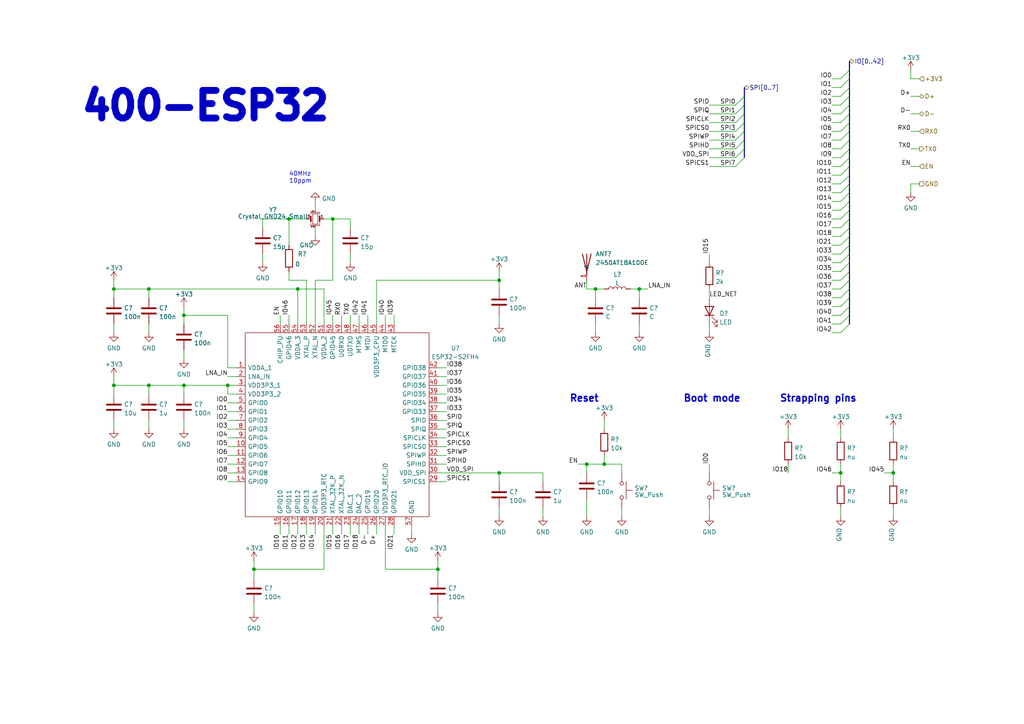
<source format=kicad_sch>
(kicad_sch (version 20231120) (generator "eeschema") (generator_version "8.0")
  (paper "A4")
  (title_block (title "PSoM - ESP32 S2") (date "2023-04-17") (rev "HW00") (company "PumaCorp") (comment 1 "Design by: NdG"))
  (lib_symbols
    (symbol "Component lib:2450AT18A100E" (pin_names (offset 0.762))
      (property "Reference" "ANT" (at 6.35 10.16 0))
      (property "Value" "2450AT18A100E" (at 6.35 7.62 0))
      (symbol "2450AT18A100E_0_1"
        (polyline (pts (xy 0 7.62) (xy 0 1.27)) (stroke (width 0.254)))
        (polyline (pts (xy 1.27 7.62) (xy 0 2.54) (xy -1.27 7.62)) (stroke (width 0.254)))
      )
      (symbol "2450AT18A100E_1_1"
        (pin input line (at 0 0 90) (length 2.54) (name "A") (number "1"))
      )
    )
    (symbol "Component lib:C" (pin_numbers hide) (pin_names (offset 0.254))
      (property "Reference" "C" (at 0.635 -1.27 0))
      (property "Value" "C" (at 0.635 -6.35 0))
      (symbol "C_0_1"
        (polyline (pts (xy -2.032 -4.572) (xy 2.032 -4.572)) (stroke (width 0.508)))
        (polyline (pts (xy -2.032 -3.048) (xy 2.032 -3.048)) (stroke (width 0.508)))
      )
      (symbol "C_1_1"
        (pin passive line (at 0 0 270) (length 2.794) (name "~") (number "1"))
        (pin passive line (at 0 -7.62 90) (length 2.794) (name "~") (number "2"))
      )
    )
    (symbol "Component lib:L" (pin_numbers hide) (pin_names (offset 1.016) hide)
      (property "Reference" "L" (at 3.81 -1.27 0))
      (property "Value" "L" (at 3.81 1.905 0))
      (symbol "L_0_1"
        (arc (start 2.54 0) (mid 1.905 0.6323) (end 1.27 0))
        (arc (start 3.81 0) (mid 3.175 0.6323) (end 2.54 0))
        (arc (start 5.08 0) (mid 4.445 0.6323) (end 3.81 0))
        (arc (start 6.35 0) (mid 5.715 0.6323) (end 5.08 0))
      )
      (symbol "L_1_1"
        (pin passive line (at 0 0 0) (length 1.27) (name "1") (number "1"))
        (pin passive line (at 7.62 0 180) (length 1.27) (name "2") (number "2"))
      )
    )
    (symbol "Component lib:LED" (pin_numbers hide) (pin_names (offset 1.016) hide)
      (property "Reference" "D" (at 3.81 2.54 0))
      (property "Value" "LED" (at 3.81 -2.54 0))
      (symbol "LED_0_1"
        (polyline (pts (xy 2.54 -1.27) (xy 2.54 1.27)) (stroke (width 0.254)))
        (polyline (pts (xy 2.54 0) (xy 5.08 0)))
        (polyline (pts (xy 5.08 -1.27) (xy 5.08 1.27) (xy 2.54 0) (xy 5.08 -1.27)) (stroke (width 0.254)))
        (polyline (pts (xy 0.762 -0.762) (xy -0.762 -2.286) (xy 0 -2.286) (xy -0.762 -2.286) (xy -0.762 -1.524)))
        (polyline (pts (xy 2.032 -0.762) (xy 0.508 -2.286) (xy 1.27 -2.286) (xy 0.508 -2.286) (xy 0.508 -1.524)))
      )
      (symbol "LED_1_1"
        (pin passive line (at 0 0 0) (length 2.54) (name "K") (number "1"))
        (pin passive line (at 7.62 0 180) (length 2.54) (name "A") (number "2"))
      )
    )
    (symbol "Component lib:R" (pin_numbers hide) (pin_names (offset 0))
      (property "Reference" "R" (at 2.032 -3.81 90))
      (property "Value" "R" (at 0 -3.81 90))
      (symbol "R_0_1"
        (rectangle (start -1.016 -6.35) (end 1.016 -1.27) (stroke (width 0.254)))
      )
      (symbol "R_1_1"
        (pin passive line (at 0 0 270) (length 1.27) (name "~") (number "1"))
        (pin passive line (at 0 -7.62 90) (length 1.27) (name "~") (number "2"))
      )
    )
    (symbol "Component_lib:ESP32-S2FH4" (pin_names (offset 0.762))
      (property "Reference" "U" (at 22.86 -12.7 0))
      (property "Value" "ESP32-S2FH4" (at 22.86 -15.24 0))
      (symbol "ESP32-S2FH4_0_0"
        (pin passive line (at 0 0 0) (length 2.54) (name "VDDA_1") (number "1"))
        (pin passive line (at 0 -22.86 0) (length 2.54) (name "GPIO5") (number "10"))
        (pin passive line (at 0 -25.4 0) (length 2.54) (name "GPIO6") (number "11"))
        (pin passive line (at 0 -27.94 0) (length 2.54) (name "GPIO7") (number "12"))
        (pin passive line (at 0 -30.48 0) (length 2.54) (name "GPIO8") (number "13"))
        (pin passive line (at 0 -33.02 0) (length 2.54) (name "GPIO9") (number "14"))
        (pin passive line (at 12.7 -45.72 90) (length 2.54) (name "GPIO10") (number "15"))
        (pin passive line (at 15.24 -45.72 90) (length 2.54) (name "GPIO11") (number "16"))
        (pin passive line (at 17.78 -45.72 90) (length 2.54) (name "GPIO12") (number "17"))
        (pin passive line (at 20.32 -45.72 90) (length 2.54) (name "GPIO13") (number "18"))
        (pin passive line (at 22.86 -45.72 90) (length 2.54) (name "GPIO14") (number "19"))
        (pin passive line (at 0 -2.54 0) (length 2.54) (name "LNA_IN") (number "2"))
        (pin passive line (at 25.4 -45.72 90) (length 2.54) (name "VDD3P3_RTC") (number "20"))
        (pin passive line (at 27.94 -45.72 90) (length 2.54) (name "XTAL_32K_P") (number "21"))
        (pin passive line (at 30.48 -45.72 90) (length 2.54) (name "XTAL_32K_N") (number "22"))
        (pin passive line (at 33.02 -45.72 90) (length 2.54) (name "DAC_1") (number "23"))
        (pin passive line (at 35.56 -45.72 90) (length 2.54) (name "DAC_2") (number "24"))
        (pin passive line (at 38.1 -45.72 90) (length 2.54) (name "GPIO19") (number "25"))
        (pin passive line (at 40.64 -45.72 90) (length 2.54) (name "GPIO20") (number "26"))
        (pin passive line (at 43.18 -45.72 90) (length 2.54) (name "VDD3P3_RTC_IO") (number "27"))
        (pin passive line (at 45.72 -45.72 90) (length 2.54) (name "GPIO21") (number "28"))
        (pin passive line (at 58.42 -33.02 180) (length 2.54) (name "SPICS1") (number "29"))
        (pin passive line (at 0 -5.08 0) (length 2.54) (name "VDD3P3_1") (number "3"))
        (pin passive line (at 58.42 -30.48 180) (length 2.54) (name "VDD_SPI") (number "30"))
        (pin passive line (at 58.42 -27.94 180) (length 2.54) (name "SPIHD") (number "31"))
        (pin passive line (at 58.42 -25.4 180) (length 2.54) (name "SPIWP") (number "32"))
        (pin passive line (at 58.42 -22.86 180) (length 2.54) (name "SPICS0") (number "33"))
        (pin passive line (at 58.42 -20.32 180) (length 2.54) (name "SPICLK") (number "34"))
        (pin passive line (at 58.42 -17.78 180) (length 2.54) (name "SPIQ") (number "35"))
        (pin passive line (at 58.42 -15.24 180) (length 2.54) (name "SPID") (number "36"))
        (pin passive line (at 58.42 -12.7 180) (length 2.54) (name "GPIO33") (number "37"))
        (pin passive line (at 58.42 -10.16 180) (length 2.54) (name "GPIO34") (number "38"))
        (pin passive line (at 58.42 -7.62 180) (length 2.54) (name "GPIO35") (number "39"))
        (pin passive line (at 0 -7.62 0) (length 2.54) (name "VDD3P3_2") (number "4"))
        (pin passive line (at 58.42 -5.08 180) (length 2.54) (name "GPIO36") (number "40"))
        (pin passive line (at 58.42 -2.54 180) (length 2.54) (name "GPIO37") (number "41"))
        (pin passive line (at 58.42 0 180) (length 2.54) (name "GPIO38") (number "42"))
        (pin passive line (at 45.72 12.7 270) (length 2.54) (name "MTCK") (number "43"))
        (pin passive line (at 43.18 12.7 270) (length 2.54) (name "MTD0") (number "44"))
        (pin passive line (at 40.64 12.7 270) (length 2.54) (name "VDD3P3_CPU") (number "45"))
        (pin passive line (at 38.1 12.7 270) (length 2.54) (name "MTDI") (number "46"))
        (pin passive line (at 35.56 12.7 270) (length 2.54) (name "MTMS") (number "47"))
        (pin passive line (at 33.02 12.7 270) (length 2.54) (name "U0TXD") (number "48"))
        (pin passive line (at 30.48 12.7 270) (length 2.54) (name "U0RXD") (number "49"))
        (pin passive line (at 0 -10.16 0) (length 2.54) (name "GPIO0") (number "5"))
        (pin passive line (at 27.94 12.7 270) (length 2.54) (name "GPIO45") (number "50"))
        (pin passive line (at 25.4 12.7 270) (length 2.54) (name "VDDA_2") (number "51"))
        (pin passive line (at 22.86 12.7 270) (length 2.54) (name "XTAL_N") (number "52"))
        (pin passive line (at 20.32 12.7 270) (length 2.54) (name "XTAL_P") (number "53"))
        (pin passive line (at 17.78 12.7 270) (length 2.54) (name "VDDA_3") (number "54"))
        (pin passive line (at 15.24 12.7 270) (length 2.54) (name "GPIO46") (number "55"))
        (pin passive line (at 12.7 12.7 270) (length 2.54) (name "CHIP_PU") (number "56"))
        (pin passive line (at 50.8 -45.72 90) (length 2.54) (name "GND") (number "57"))
        (pin passive line (at 0 -12.7 0) (length 2.54) (name "GPIO1") (number "6"))
        (pin passive line (at 0 -15.24 0) (length 2.54) (name "GPIO2") (number "7"))
        (pin passive line (at 0 -17.78 0) (length 2.54) (name "GPIO3") (number "8"))
        (pin passive line (at 0 -20.32 0) (length 2.54) (name "GPIO4") (number "9"))
      )
      (symbol "ESP32-S2FH4_0_1"
        (polyline (pts (xy 2.54 10.16) (xy 55.88 10.16) (xy 55.88 -43.18) (xy 2.54 -43.18) (xy 2.54 10.16)) (stroke (width 0.1524)))
      )
    )
    (symbol "Device:Crystal_GND24_Small" (pin_names (offset 1.016) hide)
      (property "Reference" "Y" (at 1.27 4.445 0))
      (property "Value" "Crystal_GND24_Small" (at 1.27 2.54 0))
      (symbol "Crystal_GND24_Small_0_1"
        (rectangle (start -0.762 -1.524) (end 0.762 1.524))
        (polyline (pts (xy -1.27 -0.762) (xy -1.27 0.762)) (stroke (width 0.381)))
        (polyline (pts (xy 1.27 -0.762) (xy 1.27 0.762)) (stroke (width 0.381)))
        (polyline (pts (xy -1.27 -1.27) (xy -1.27 -1.905) (xy 1.27 -1.905) (xy 1.27 -1.27)))
        (polyline (pts (xy -1.27 1.27) (xy -1.27 1.905) (xy 1.27 1.905) (xy 1.27 1.27)))
      )
      (symbol "Crystal_GND24_Small_1_1"
        (pin passive line (at -2.54 0 0) (length 1.27) (name "1") (number "1"))
        (pin passive line (at 0 -2.54 90) (length 0.635) (name "2") (number "2"))
        (pin passive line (at 2.54 0 180) (length 1.27) (name "3") (number "3"))
        (pin passive line (at 0 2.54 270) (length 0.635) (name "4") (number "4"))
      )
    )
    (symbol "Switch:SW_Push" (pin_numbers hide) (pin_names (offset 1.016) hide)
      (property "Reference" "SW" (at 1.27 2.54 0))
      (property "Value" "SW_Push" (at 0 -1.524 0))
      (symbol "SW_Push_0_1"
        (circle (center -2.032 0) (radius 0.508))
        (polyline (pts (xy 0 1.27) (xy 0 3.048)))
        (polyline (pts (xy 2.54 1.27) (xy -2.54 1.27)))
        (circle (center 2.032 0) (radius 0.508))
        (pin passive line (at -5.08 0 0) (length 2.54) (name "1") (number "1"))
        (pin passive line (at 5.08 0 180) (length 2.54) (name "2") (number "2"))
      )
    )
    (symbol "power:+3V3" (power) (pin_names (offset 0))
      (property "Value" "+3V3" (at 0 3.556 0))
      (symbol "+3V3_0_1"
        (polyline (pts (xy -0.762 1.27) (xy 0 2.54)))
        (polyline (pts (xy 0 0) (xy 0 2.54)))
        (polyline (pts (xy 0 2.54) (xy 0.762 1.27)))
      )
      (symbol "+3V3_1_1"
        (pin power_in line (at 0 0 90) (length 0) hide (name "+3V3") (number "1"))
      )
    )
    (symbol "power:GND" (power) (pin_names (offset 0))
      (property "Value" "GND" (at 0 -3.81 0))
      (symbol "GND_0_1"
        (polyline (pts (xy 0 0) (xy 0 -1.27) (xy 1.27 -1.27) (xy 0 -2.54) (xy -1.27 -1.27) (xy 0 -1.27)))
      )
      (symbol "GND_1_1"
        (pin power_in line (at 0 0 270) (length 0) hide (name "GND") (number "1"))
      )
    )
  )
  (junction (at 43.18 83.82))
  (junction (at 53.34 91.44))
  (junction (at 170.18 134.62))
  (junction (at 127 165.1))
  (junction (at 33.02 83.82))
  (junction (at 175.26 134.62))
  (junction (at 96.52 63.5))
  (junction (at 66.04 111.76))
  (junction (at 33.02 111.76))
  (junction (at 185.42 83.82))
  (junction (at 86.36 83.82))
  (junction (at 172.72 83.82))
  (junction (at 83.82 63.5))
  (junction (at 259.08 137.16))
  (junction (at 243.84 137.16))
  (junction (at 43.18 111.76))
  (junction (at 53.34 111.76))
  (junction (at 144.78 81.28))
  (junction (at 144.78 137.16))
  (junction (at 73.66 165.1))
  (bus_entry (at 243.84 86.36) (size 2.54 -2.54))
  (bus_entry (at 243.84 40.64) (size 2.54 -2.54))
  (bus_entry (at 243.84 55.88) (size 2.54 -2.54))
  (bus_entry (at 243.84 68.58) (size 2.54 -2.54))
  (bus_entry (at 213.36 43.18) (size 2.54 -2.54))
  (bus_entry (at 243.84 71.12) (size 2.54 -2.54))
  (bus_entry (at 213.36 48.26) (size 2.54 -2.54))
  (bus_entry (at 243.84 27.94) (size 2.54 -2.54))
  (bus_entry (at 243.84 88.9) (size 2.54 -2.54))
  (bus_entry (at 243.84 53.34) (size 2.54 -2.54))
  (bus_entry (at 243.84 93.98) (size 2.54 -2.54))
  (bus_entry (at 243.84 30.48) (size 2.54 -2.54))
  (bus_entry (at 243.84 33.02) (size 2.54 -2.54))
  (bus_entry (at 243.84 50.8) (size 2.54 -2.54))
  (bus_entry (at 243.84 38.1) (size 2.54 -2.54))
  (bus_entry (at 213.36 45.72) (size 2.54 -2.54))
  (bus_entry (at 243.84 78.74) (size 2.54 -2.54))
  (bus_entry (at 243.84 91.44) (size 2.54 -2.54))
  (bus_entry (at 243.84 35.56) (size 2.54 -2.54))
  (bus_entry (at 213.36 35.56) (size 2.54 -2.54))
  (bus_entry (at 243.84 60.96) (size 2.54 -2.54))
  (bus_entry (at 213.36 38.1) (size 2.54 -2.54))
  (bus_entry (at 243.84 45.72) (size 2.54 -2.54))
  (bus_entry (at 243.84 66.04) (size 2.54 -2.54))
  (bus_entry (at 213.36 40.64) (size 2.54 -2.54))
  (bus_entry (at 243.84 48.26) (size 2.54 -2.54))
  (bus_entry (at 243.84 43.18) (size 2.54 -2.54))
  (bus_entry (at 243.84 25.4) (size 2.54 -2.54))
  (bus_entry (at 243.84 96.52) (size 2.54 -2.54))
  (bus_entry (at 243.84 63.5) (size 2.54 -2.54))
  (bus_entry (at 243.84 83.82) (size 2.54 -2.54))
  (bus_entry (at 243.84 22.86) (size 2.54 -2.54))
  (bus_entry (at 213.36 30.48) (size 2.54 -2.54))
  (bus_entry (at 243.84 76.2) (size 2.54 -2.54))
  (bus_entry (at 243.84 81.28) (size 2.54 -2.54))
  (bus_entry (at 243.84 58.42) (size 2.54 -2.54))
  (bus_entry (at 243.84 73.66) (size 2.54 -2.54))
  (bus_entry (at 213.36 33.02) (size 2.54 -2.54))
  (wire (pts (xy 53.34 101.6) (xy 53.34 104.14)))
  (wire (pts (xy 264.16 48.26) (xy 266.7 48.26)))
  (wire (pts (xy 66.04 129.54) (xy 68.58 129.54)))
  (bus (pts (xy 246.38 50.8) (xy 246.38 53.34)))
  (bus (pts (xy 246.38 27.94) (xy 246.38 30.48)))
  (wire (pts (xy 127 165.1) (xy 127 167.64)))
  (wire (pts (xy 101.6 73.66) (xy 101.6 76.2)))
  (wire (pts (xy 144.78 137.16) (xy 157.48 137.16)))
  (bus (pts (xy 246.38 63.5) (xy 246.38 66.04)))
  (wire (pts (xy 127 162.56) (xy 127 165.1)))
  (wire (pts (xy 170.18 144.78) (xy 170.18 149.86)))
  (wire (pts (xy 66.04 121.92) (xy 68.58 121.92)))
  (wire (pts (xy 106.68 91.44) (xy 106.68 93.98)))
  (wire (pts (xy 66.04 111.76) (xy 68.58 111.76)))
  (wire (pts (xy 264.16 22.86) (xy 266.7 22.86)))
  (wire (pts (xy 241.3 27.94) (xy 243.84 27.94)))
  (bus (pts (xy 246.38 43.18) (xy 246.38 45.72)))
  (wire (pts (xy 264.16 38.1) (xy 266.7 38.1)))
  (wire (pts (xy 53.34 114.3) (xy 53.34 111.76)))
  (wire (pts (xy 83.82 71.12) (xy 83.82 63.5)))
  (wire (pts (xy 241.3 96.52) (xy 243.84 96.52)))
  (bus (pts (xy 246.38 40.64) (xy 246.38 43.18)))
  (wire (pts (xy 109.22 152.4) (xy 109.22 154.94)))
  (wire (pts (xy 243.84 134.62) (xy 243.84 137.16)))
  (wire (pts (xy 114.3 91.44) (xy 114.3 93.98)))
  (wire (pts (xy 111.76 91.44) (xy 111.76 93.98)))
  (wire (pts (xy 241.3 30.48) (xy 243.84 30.48)))
  (wire (pts (xy 264.16 20.32) (xy 264.16 22.86)))
  (bus (pts (xy 246.38 88.9) (xy 246.38 91.44)))
  (wire (pts (xy 185.42 93.98) (xy 185.42 96.52)))
  (wire (pts (xy 53.34 88.9) (xy 53.34 91.44)))
  (wire (pts (xy 205.74 45.72) (xy 213.36 45.72)))
  (wire (pts (xy 241.3 48.26) (xy 243.84 48.26)))
  (wire (pts (xy 96.52 91.44) (xy 96.52 93.98)))
  (wire (pts (xy 43.18 83.82) (xy 43.18 86.36)))
  (wire (pts (xy 66.04 127) (xy 68.58 127)))
  (bus (pts (xy 246.38 78.74) (xy 246.38 81.28)))
  (wire (pts (xy 33.02 81.28) (xy 33.02 83.82)))
  (wire (pts (xy 88.9 152.4) (xy 88.9 154.94)))
  (wire (pts (xy 93.98 83.82) (xy 86.36 83.82)))
  (wire (pts (xy 76.2 66.04) (xy 76.2 63.5)))
  (wire (pts (xy 157.48 147.32) (xy 157.48 149.86)))
  (wire (pts (xy 129.54 119.38) (xy 127 119.38)))
  (wire (pts (xy 170.18 81.28) (xy 170.18 83.82)))
  (wire (pts (xy 99.06 91.44) (xy 99.06 93.98)))
  (wire (pts (xy 127 127) (xy 129.54 127)))
  (wire (pts (xy 157.48 137.16) (xy 157.48 139.7)))
  (wire (pts (xy 76.2 73.66) (xy 76.2 76.2)))
  (wire (pts (xy 241.3 40.64) (xy 243.84 40.64)))
  (wire (pts (xy 241.3 58.42) (xy 243.84 58.42)))
  (wire (pts (xy 241.3 93.98) (xy 243.84 93.98)))
  (wire (pts (xy 228.6 124.46) (xy 228.6 127)))
  (wire (pts (xy 33.02 121.92) (xy 33.02 124.46)))
  (wire (pts (xy 83.82 63.5) (xy 88.9 63.5)))
  (wire (pts (xy 96.52 152.4) (xy 96.52 154.94)))
  (wire (pts (xy 83.82 81.28) (xy 88.9 81.28)))
  (bus (pts (xy 246.38 86.36) (xy 246.38 88.9)))
  (wire (pts (xy 243.84 137.16) (xy 243.84 139.7)))
  (wire (pts (xy 264.16 27.94) (xy 266.7 27.94)))
  (wire (pts (xy 241.3 43.18) (xy 243.84 43.18)))
  (wire (pts (xy 127 137.16) (xy 144.78 137.16)))
  (wire (pts (xy 81.28 91.44) (xy 81.28 93.98)))
  (bus (pts (xy 246.38 20.32) (xy 246.38 22.86)))
  (wire (pts (xy 180.34 147.32) (xy 180.34 149.86)))
  (wire (pts (xy 170.18 83.82) (xy 172.72 83.82)))
  (bus (pts (xy 246.38 66.04) (xy 246.38 68.58)))
  (wire (pts (xy 241.3 137.16) (xy 243.84 137.16)))
  (wire (pts (xy 205.74 38.1) (xy 213.36 38.1)))
  (wire (pts (xy 205.74 73.66) (xy 205.74 76.2)))
  (bus (pts (xy 246.38 68.58) (xy 246.38 71.12)))
  (wire (pts (xy 241.3 35.56) (xy 243.84 35.56)))
  (wire (pts (xy 172.72 93.98) (xy 172.72 96.52)))
  (wire (pts (xy 93.98 63.5) (xy 96.52 63.5)))
  (wire (pts (xy 185.42 83.82) (xy 185.42 86.36)))
  (wire (pts (xy 144.78 78.74) (xy 144.78 81.28)))
  (bus (pts (xy 215.9 35.56) (xy 215.9 38.1)))
  (wire (pts (xy 109.22 81.28) (xy 144.78 81.28)))
  (wire (pts (xy 127 121.92) (xy 129.54 121.92)))
  (bus (pts (xy 215.9 25.4) (xy 215.9 27.94)))
  (bus (pts (xy 246.38 38.1) (xy 246.38 40.64)))
  (wire (pts (xy 73.66 175.26) (xy 73.66 177.8)))
  (wire (pts (xy 185.42 83.82) (xy 187.96 83.82)))
  (bus (pts (xy 246.38 35.56) (xy 246.38 38.1)))
  (bus (pts (xy 215.9 43.18) (xy 215.9 45.72)))
  (wire (pts (xy 259.08 147.32) (xy 259.08 149.86)))
  (bus (pts (xy 246.38 45.72) (xy 246.38 48.26)))
  (wire (pts (xy 127 134.62) (xy 129.54 134.62)))
  (wire (pts (xy 88.9 81.28) (xy 88.9 93.98)))
  (wire (pts (xy 241.3 45.72) (xy 243.84 45.72)))
  (wire (pts (xy 241.3 91.44) (xy 243.84 91.44)))
  (wire (pts (xy 144.78 81.28) (xy 144.78 83.82)))
  (wire (pts (xy 101.6 63.5) (xy 96.52 63.5)))
  (wire (pts (xy 86.36 152.4) (xy 86.36 154.94)))
  (wire (pts (xy 91.44 152.4) (xy 91.44 154.94)))
  (wire (pts (xy 111.76 165.1) (xy 127 165.1)))
  (wire (pts (xy 241.3 68.58) (xy 243.84 68.58)))
  (wire (pts (xy 33.02 83.82) (xy 43.18 83.82)))
  (bus (pts (xy 246.38 17.78) (xy 246.38 20.32)))
  (wire (pts (xy 243.84 76.2) (xy 241.3 76.2)))
  (wire (pts (xy 81.28 152.4) (xy 81.28 154.94)))
  (wire (pts (xy 228.6 134.62) (xy 228.6 137.16)))
  (bus (pts (xy 246.38 25.4) (xy 246.38 27.94)))
  (wire (pts (xy 241.3 38.1) (xy 243.84 38.1)))
  (bus (pts (xy 246.38 53.34) (xy 246.38 55.88)))
  (wire (pts (xy 127 116.84) (xy 129.54 116.84)))
  (wire (pts (xy 111.76 152.4) (xy 111.76 165.1)))
  (wire (pts (xy 127 111.76) (xy 129.54 111.76)))
  (wire (pts (xy 175.26 121.92) (xy 175.26 124.46)))
  (bus (pts (xy 215.9 40.64) (xy 215.9 43.18)))
  (wire (pts (xy 205.74 30.48) (xy 213.36 30.48)))
  (wire (pts (xy 172.72 83.82) (xy 175.26 83.82)))
  (wire (pts (xy 53.34 93.98) (xy 53.34 91.44)))
  (wire (pts (xy 241.3 66.04) (xy 243.84 66.04)))
  (wire (pts (xy 104.14 91.44) (xy 104.14 93.98)))
  (wire (pts (xy 73.66 162.56) (xy 73.66 165.1)))
  (wire (pts (xy 241.3 25.4) (xy 243.84 25.4)))
  (wire (pts (xy 96.52 81.28) (xy 91.44 81.28)))
  (wire (pts (xy 33.02 114.3) (xy 33.02 111.76)))
  (wire (pts (xy 264.16 53.34) (xy 266.7 53.34)))
  (wire (pts (xy 99.06 152.4) (xy 99.06 154.94)))
  (wire (pts (xy 259.08 137.16) (xy 259.08 139.7)))
  (wire (pts (xy 66.04 109.22) (xy 68.58 109.22)))
  (wire (pts (xy 243.84 81.28) (xy 241.3 81.28)))
  (wire (pts (xy 205.74 43.18) (xy 213.36 43.18)))
  (wire (pts (xy 73.66 165.1) (xy 93.98 165.1)))
  (wire (pts (xy 205.74 35.56) (xy 213.36 35.56)))
  (wire (pts (xy 43.18 83.82) (xy 86.36 83.82)))
  (bus (pts (xy 246.38 83.82) (xy 246.38 86.36)))
  (wire (pts (xy 66.04 124.46) (xy 68.58 124.46)))
  (wire (pts (xy 66.04 137.16) (xy 68.58 137.16)))
  (wire (pts (xy 243.84 78.74) (xy 241.3 78.74)))
  (bus (pts (xy 246.38 91.44) (xy 246.38 93.98)))
  (wire (pts (xy 93.98 93.98) (xy 93.98 83.82)))
  (wire (pts (xy 259.08 134.62) (xy 259.08 137.16)))
  (wire (pts (xy 66.04 91.44) (xy 66.04 106.68)))
  (wire (pts (xy 43.18 121.92) (xy 43.18 124.46)))
  (bus (pts (xy 246.38 33.02) (xy 246.38 35.56)))
  (wire (pts (xy 205.74 134.62) (xy 205.74 137.16)))
  (wire (pts (xy 33.02 111.76) (xy 43.18 111.76)))
  (wire (pts (xy 119.38 152.4) (xy 119.38 154.94)))
  (wire (pts (xy 68.58 114.3) (xy 66.04 114.3)))
  (wire (pts (xy 205.74 40.64) (xy 213.36 40.64)))
  (wire (pts (xy 241.3 50.8) (xy 243.84 50.8)))
  (wire (pts (xy 172.72 86.36) (xy 172.72 83.82)))
  (wire (pts (xy 101.6 66.04) (xy 101.6 63.5)))
  (wire (pts (xy 259.08 124.46) (xy 259.08 127)))
  (wire (pts (xy 170.18 134.62) (xy 175.26 134.62)))
  (wire (pts (xy 127 129.54) (xy 129.54 129.54)))
  (wire (pts (xy 91.44 81.28) (xy 91.44 93.98)))
  (wire (pts (xy 144.78 137.16) (xy 144.78 139.7)))
  (wire (pts (xy 53.34 111.76) (xy 66.04 111.76)))
  (wire (pts (xy 43.18 114.3) (xy 43.18 111.76)))
  (wire (pts (xy 83.82 81.28) (xy 83.82 78.74)))
  (wire (pts (xy 264.16 33.02) (xy 266.7 33.02)))
  (wire (pts (xy 243.84 147.32) (xy 243.84 149.86)))
  (wire (pts (xy 127 124.46) (xy 129.54 124.46)))
  (wire (pts (xy 241.3 73.66) (xy 243.84 73.66)))
  (wire (pts (xy 66.04 119.38) (xy 68.58 119.38)))
  (wire (pts (xy 53.34 121.92) (xy 53.34 124.46)))
  (wire (pts (xy 241.3 22.86) (xy 243.84 22.86)))
  (wire (pts (xy 127 109.22) (xy 129.54 109.22)))
  (wire (pts (xy 182.88 83.82) (xy 185.42 83.82)))
  (wire (pts (xy 264.16 55.88) (xy 264.16 53.34)))
  (wire (pts (xy 241.3 55.88) (xy 243.84 55.88)))
  (wire (pts (xy 66.04 106.68) (xy 68.58 106.68)))
  (wire (pts (xy 144.78 147.32) (xy 144.78 149.86)))
  (wire (pts (xy 127 132.08) (xy 129.54 132.08)))
  (wire (pts (xy 86.36 83.82) (xy 86.36 93.98)))
  (wire (pts (xy 114.3 152.4) (xy 114.3 154.94)))
  (bus (pts (xy 246.38 60.96) (xy 246.38 63.5)))
  (wire (pts (xy 83.82 91.44) (xy 83.82 93.98)))
  (bus (pts (xy 215.9 33.02) (xy 215.9 35.56)))
  (wire (pts (xy 175.26 134.62) (xy 180.34 134.62)))
  (wire (pts (xy 205.74 48.26) (xy 213.36 48.26)))
  (wire (pts (xy 91.44 58.42) (xy 91.44 60.96)))
  (wire (pts (xy 93.98 165.1) (xy 93.98 152.4)))
  (wire (pts (xy 205.74 33.02) (xy 213.36 33.02)))
  (wire (pts (xy 127 139.7) (xy 129.54 139.7)))
  (wire (pts (xy 256.54 137.16) (xy 259.08 137.16)))
  (bus (pts (xy 215.9 27.94) (xy 215.9 30.48)))
  (wire (pts (xy 243.84 86.36) (xy 241.3 86.36)))
  (wire (pts (xy 241.3 60.96) (xy 243.84 60.96)))
  (wire (pts (xy 66.04 134.62) (xy 68.58 134.62)))
  (wire (pts (xy 241.3 53.34) (xy 243.84 53.34)))
  (wire (pts (xy 66.04 139.7) (xy 68.58 139.7)))
  (bus (pts (xy 215.9 38.1) (xy 215.9 40.64)))
  (bus (pts (xy 215.9 30.48) (xy 215.9 33.02)))
  (wire (pts (xy 33.02 93.98) (xy 33.02 96.52)))
  (wire (pts (xy 243.84 83.82) (xy 241.3 83.82)))
  (wire (pts (xy 53.34 91.44) (xy 66.04 91.44)))
  (wire (pts (xy 106.68 152.4) (xy 106.68 154.94)))
  (wire (pts (xy 96.52 63.5) (xy 96.52 81.28)))
  (wire (pts (xy 43.18 93.98) (xy 43.18 96.52)))
  (wire (pts (xy 241.3 71.12) (xy 243.84 71.12)))
  (wire (pts (xy 101.6 91.44) (xy 101.6 93.98)))
  (bus (pts (xy 246.38 48.26) (xy 246.38 50.8)))
  (wire (pts (xy 33.02 86.36) (xy 33.02 83.82)))
  (wire (pts (xy 175.26 132.08) (xy 175.26 134.62)))
  (wire (pts (xy 83.82 152.4) (xy 83.82 154.94)))
  (wire (pts (xy 205.74 147.32) (xy 205.74 149.86)))
  (bus (pts (xy 246.38 76.2) (xy 246.38 78.74)))
  (wire (pts (xy 241.3 63.5) (xy 243.84 63.5)))
  (wire (pts (xy 91.44 66.04) (xy 91.44 68.58)))
  (wire (pts (xy 243.84 124.46) (xy 243.84 127)))
  (wire (pts (xy 205.74 83.82) (xy 205.74 86.36)))
  (bus (pts (xy 246.38 81.28) (xy 246.38 83.82)))
  (wire (pts (xy 144.78 91.44) (xy 144.78 93.98)))
  (wire (pts (xy 170.18 134.62) (xy 170.18 137.16)))
  (wire (pts (xy 127 106.68) (xy 129.54 106.68)))
  (wire (pts (xy 127 175.26) (xy 127 177.8)))
  (wire (pts (xy 264.16 43.18) (xy 266.7 43.18)))
  (wire (pts (xy 76.2 63.5) (xy 83.82 63.5)))
  (wire (pts (xy 109.22 81.28) (xy 109.22 93.98)))
  (bus (pts (xy 246.38 30.48) (xy 246.38 33.02)))
  (wire (pts (xy 66.04 132.08) (xy 68.58 132.08)))
  (wire (pts (xy 167.64 134.62) (xy 170.18 134.62)))
  (wire (pts (xy 101.6 152.4) (xy 101.6 154.94)))
  (wire (pts (xy 127 114.3) (xy 129.54 114.3)))
  (wire (pts (xy 205.74 93.98) (xy 205.74 96.52)))
  (bus (pts (xy 246.38 22.86) (xy 246.38 25.4)))
  (wire (pts (xy 66.04 114.3) (xy 66.04 111.76)))
  (wire (pts (xy 66.04 116.84) (xy 68.58 116.84)))
  (bus (pts (xy 246.38 71.12) (xy 246.38 73.66)))
  (wire (pts (xy 43.18 111.76) (xy 53.34 111.76)))
  (wire (pts (xy 241.3 88.9) (xy 243.84 88.9)))
  (bus (pts (xy 246.38 58.42) (xy 246.38 60.96)))
  (bus (pts (xy 246.38 55.88) (xy 246.38 58.42)))
  (wire (pts (xy 180.34 134.62) (xy 180.34 137.16)))
  (wire (pts (xy 33.02 109.22) (xy 33.02 111.76)))
  (wire (pts (xy 241.3 33.02) (xy 243.84 33.02)))
  (wire (pts (xy 73.66 165.1) (xy 73.66 167.64)))
  (bus (pts (xy 246.38 73.66) (xy 246.38 76.2)))
  (wire (pts (xy 104.14 152.4) (xy 104.14 154.94)))
  (text "Boot mode\n" (at 198.12 116.84 0) (effects (font (size 2 2) (thickness 0.4) (bold yes)) (justify left bottom)))
  (text "Reset\n" (at 165.1 116.84 0) (effects (font (size 2 2) (thickness 0.4) (bold yes)) (justify left bottom)))
  (text "40MHz \n10ppm" (at 83.82 53.34 0) (effects (font (size 1.27 1.27)) (justify left bottom)))
  (text "400-ESP32" (at 22.86 35.56 0) (effects (font (size 8 8) (thickness 3) (bold yes)) (justify left bottom)))
  (text "Strapping pins" (at 226.06 116.84 0) (effects (font (size 2 2) (thickness 0.4) (bold yes)) (justify left bottom)))
  (label "D-" (at 106.68 154.94 270))
  (label "SPICLK" (at 129.54 127 0))
  (label "IO45" (at 256.54 137.16 180))
  (label "IO3" (at 241.3 30.48 180))
  (label "RX0" (at 99.06 91.44 90))
  (label "IO35" (at 129.54 114.3 0))
  (label "IO15" (at 241.3 60.96 180))
  (label "SPI0" (at 213.36 30.48 180))
  (label "IO12" (at 86.36 154.94 270))
  (label "TX0" (at 101.6 91.44 90))
  (label "IO38" (at 241.3 86.36 180))
  (label "IO17" (at 101.6 154.94 270))
  (label "IO0" (at 66.04 116.84 180))
  (label "IO37" (at 241.3 83.82 180))
  (label "VDD_SPI" (at 129.54 137.16 0))
  (label "IO39" (at 241.3 88.9 180))
  (label "EN" (at 264.16 48.26 180))
  (label "IO42" (at 241.3 96.52 180))
  (label "IO6" (at 241.3 38.1 180))
  (label "IO9" (at 66.04 139.7 180))
  (label "IO7" (at 241.3 40.64 180))
  (label "SPICLK" (at 205.74 35.56 180))
  (label "SPI1" (at 213.36 33.02 180))
  (label "IO4" (at 241.3 33.02 180))
  (label "IO14" (at 241.3 58.42 180))
  (label "IO40" (at 241.3 91.44 180))
  (label "EN" (at 167.64 134.62 180))
  (label "IO18" (at 228.6 137.16 180))
  (label "IO16" (at 99.06 154.94 270))
  (label "IO46" (at 241.3 137.16 180))
  (label "TX0" (at 264.16 43.18 180))
  (label "IO8" (at 66.04 137.16 180))
  (label "SPI5" (at 213.36 43.18 180))
  (label "IO10" (at 81.28 154.94 270))
  (label "IO40" (at 111.76 91.44 90))
  (label "SPIHD" (at 205.74 43.18 180))
  (label "IO10" (at 241.3 48.26 180))
  (label "SPIQ" (at 129.54 124.46 0))
  (label "IO14" (at 91.44 154.94 270))
  (label "IO21" (at 241.3 71.12 180))
  (label "IO33" (at 129.54 119.38 0))
  (label "IO39" (at 114.3 91.44 90))
  (label "SPICS1" (at 205.74 48.26 180))
  (label "IO18" (at 104.14 154.94 270))
  (label "IO5" (at 241.3 35.56 180))
  (label "IO36" (at 129.54 111.76 0))
  (label "IO12" (at 241.3 53.34 180))
  (label "IO0" (at 205.74 134.62 90))
  (label "IO16" (at 241.3 63.5 180))
  (label "SPIQ" (at 205.74 33.02 180))
  (label "IO41" (at 106.68 91.44 90))
  (label "SPICS1" (at 129.54 139.7 0))
  (label "IO42" (at 104.14 91.44 90))
  (label "IO2" (at 241.3 27.94 180))
  (label "LNA_IN" (at 66.04 109.22 180))
  (label "LNA_IN" (at 187.96 83.82 0))
  (label "SPICS0" (at 129.54 129.54 0))
  (label "D+" (at 109.22 154.94 270))
  (label "IO11" (at 241.3 50.8 180))
  (label "IO0" (at 241.3 22.86 180))
  (label "SPI4" (at 213.36 40.64 180))
  (label "SPICS0" (at 205.74 38.1 180))
  (label "IO1" (at 241.3 25.4 180))
  (label "IO6" (at 66.04 132.08 180))
  (label "SPIWP" (at 129.54 132.08 0))
  (label "SPI3" (at 213.36 38.1 180))
  (label "IO21" (at 114.3 154.94 270))
  (label "IO15" (at 205.74 73.66 90))
  (label "IO11" (at 83.82 154.94 270))
  (label "IO38" (at 129.54 106.68 0))
  (label "SPID" (at 129.54 121.92 0))
  (label "IO37" (at 129.54 109.22 0))
  (label "IO46" (at 83.82 91.44 90))
  (label "IO33" (at 241.3 73.66 180))
  (label "SPI2" (at 213.36 35.56 180))
  (label "IO15" (at 96.52 154.94 270))
  (label "SPI7" (at 213.36 48.26 180))
  (label "IO1" (at 66.04 119.38 180))
  (label "LED_NET" (at 205.74 86.36 0))
  (label "SPIWP" (at 205.74 40.64 180))
  (label "EN" (at 81.28 91.44 90))
  (label "IO35" (at 241.3 78.74 180))
  (label "RX0" (at 264.16 38.1 180))
  (label "VDD_SPI" (at 205.74 45.72 180))
  (label "IO8" (at 241.3 43.18 180))
  (label "SPI6" (at 213.36 45.72 180))
  (label "IO34" (at 241.3 76.2 180))
  (label "IO2" (at 66.04 121.92 180))
  (label "IO34" (at 129.54 116.84 0))
  (label "SPID" (at 205.74 30.48 180))
  (label "SPIHD" (at 129.54 134.62 0))
  (label "IO17" (at 241.3 66.04 180))
  (label "IO5" (at 66.04 129.54 180))
  (label "IO3" (at 66.04 124.46 180))
  (label "IO7" (at 66.04 134.62 180))
  (label "ANT" (at 170.18 83.82 180))
  (label "IO45" (at 96.52 91.44 90))
  (label "IO9" (at 241.3 45.72 180))
  (label "IO36" (at 241.3 81.28 180))
  (label "D-" (at 264.16 33.02 180))
  (label "IO13" (at 241.3 55.88 180))
  (label "IO13" (at 88.9 154.94 270))
  (label "IO18" (at 241.3 68.58 180))
  (label "IO41" (at 241.3 93.98 180))
  (label "D+" (at 264.16 27.94 180))
  (label "IO4" (at 66.04 127 180))
  (hierarchical_label "+3V3" (shape input) (at 266.7 22.86 0))
  (hierarchical_label "IO[0..42]" (shape bidirectional) (at 246.38 17.78 0))
  (hierarchical_label "D+" (shape bidirectional) (at 266.7 27.94 0))
  (hierarchical_label "SPI[0..7]" (shape bidirectional) (at 215.9 25.4 0))
  (hierarchical_label "GND" (shape passive) (at 266.7 53.34 0))
  (hierarchical_label "D-" (shape bidirectional) (at 266.7 33.02 0))
  (hierarchical_label "EN" (shape input) (at 266.7 48.26 0))
  (hierarchical_label "TX0" (shape output) (at 266.7 43.18 0))
  (hierarchical_label "RX0" (shape input) (at 266.7 38.1 0))
  (symbol (lib_id "power:+3V3") (at 264.16 20.32 0) (unit 1)
    (property "Reference" "#PWR?" (effects (hide yes)))
    (property "Value" "+3V3" (at 264.16 16.7442 0))
  )
  (symbol (lib_id "power:GND") (at 91.44 58.42 180) (unit 1)
    (property "Reference" "#PWR?" (effects (hide yes)))
    (property "Value" "GND" (at 93.345 57.5838 0) (effects (justify right)))
  )
  (symbol (lib_id "power:GND") (at 185.42 96.52 0) (unit 1)
    (property "Reference" "#PWR?" (effects (hide yes)))
    (property "Value" "GND" (at 185.42 100.9634 0))
  )
  (symbol (lib_id "power:GND") (at 127 177.8 0) (unit 1)
    (property "Reference" "#PWR?" (effects (hide yes)))
    (property "Value" "GND" (at 127 182.2434 0))
  )
  (symbol (lib_id "power:+3V3") (at 33.02 81.28 0) (unit 1)
    (property "Reference" "#PWR?" (effects (hide yes)))
    (property "Value" "+3V3" (at 33.02 77.7042 0))
  )
  (symbol (lib_id "power:GND") (at 33.02 124.46 0) (unit 1)
    (property "Reference" "#PWR?" (effects (hide yes)))
    (property "Value" "GND" (at 33.02 128.9034 0))
  )
  (symbol (lib_id "power:+3V3") (at 259.08 124.46 0) (unit 1)
    (property "Reference" "#PWR?" (effects (hide yes)))
    (property "Value" "+3V3" (at 259.08 120.8842 0))
  )
  (symbol (lib_id "Component lib:C") (at 127 167.64 0) (unit 1)
    (property "Reference" "C?" (at 129.921 170.6153 0) (effects (justify left)))
    (property "Value" "100n" (at 129.921 173.1522 0) (effects (justify left)))
    (property "Footprint" "Capacitor_SMD:C_0201_0603Metric" (effects (hide yes)))
  )
  (symbol (lib_id "power:+3V3") (at 243.84 124.46 0) (unit 1)
    (property "Reference" "#PWR?" (effects (hide yes)))
    (property "Value" "+3V3" (at 243.84 120.8842 0))
  )
  (symbol (lib_id "Component lib:2450AT18A100E") (at 170.18 81.28 0) (unit 1)
    (property "Reference" "ANT?" (at 172.72 73.66 0) (effects (justify left)))
    (property "Value" "2450AT18A100E" (at 172.72 76.2 0) (effects (justify left)))
    (property "Footprint" "Component_lib:ANTC3216X140N" (effects (hide yes)))
    (property "Datasheet" "https://www.johansontechnology.com/datasheets/2450AT18A100/2450AT18A100.pdf" (effects (hide yes)))
    (property "Description" "Antennas 2.45GHz ANTENNA" (effects (hide yes)))
    (property "Height" "1.4" (effects (hide yes)))
    (property "Mouser Part Number" "609-2450AT18A100E" (effects (hide yes)))
    (property "Mouser Price/Stock" "https://www.mouser.co.uk/ProductDetail/Johanson-Technology/2450AT18A100E?qs=yCnrNFeXz%252BjzOYKPg7LGCw%3D%3D" (effects (hide yes)))
    (property "Manufacturer_Name" "JOHANSON TECHNOLOGY" (effects (hide yes)))
    (property "Manufacturer_Part_Number" "2450AT18A100E" (effects (hide yes)))
  )
  (symbol (lib_id "power:GND") (at 43.18 124.46 0) (unit 1)
    (property "Reference" "#PWR?" (effects (hide yes)))
    (property "Value" "GND" (at 43.18 128.9034 0))
  )
  (symbol (lib_id "power:GND") (at 53.34 124.46 0) (unit 1)
    (property "Reference" "#PWR?" (effects (hide yes)))
    (property "Value" "GND" (at 53.34 128.9034 0))
  )
  (symbol (lib_id "Component lib:R") (at 259.08 127 0) (unit 1)
    (property "Reference" "R?" (at 260.858 129.9753 0) (effects (justify left)))
    (property "Value" "nu" (at 260.858 132.5122 0) (effects (justify left)))
    (property "Footprint" "Resistor_SMD:R_0201_0603Metric" (effects (hide yes)))
  )
  (symbol (lib_id "power:+3V3") (at 53.34 88.9 0) (unit 1)
    (property "Reference" "#PWR?" (effects (hide yes)))
    (property "Value" "+3V3" (at 53.34 85.3242 0))
  )
  (symbol (lib_id "power:GND") (at 73.66 177.8 0) (unit 1)
    (property "Reference" "#PWR?" (effects (hide yes)))
    (property "Value" "GND" (at 73.66 182.2434 0))
  )
  (symbol (lib_id "power:GND") (at 170.18 149.86 0) (unit 1)
    (property "Reference" "#PWR?" (effects (hide yes)))
    (property "Value" "GND" (at 170.18 154.3034 0))
  )
  (symbol (lib_id "power:GND") (at 144.78 93.98 0) (unit 1)
    (property "Reference" "#PWR?" (effects (hide yes)))
    (property "Value" "GND" (at 144.78 98.4234 0))
  )
  (symbol (lib_id "Component lib:R") (at 243.84 127 0) (unit 1)
    (property "Reference" "R?" (at 245.618 129.9753 0) (effects (justify left)))
    (property "Value" "nu" (at 245.618 132.5122 0) (effects (justify left)))
    (property "Footprint" "Resistor_SMD:R_0201_0603Metric" (effects (hide yes)))
  )
  (symbol (lib_id "power:+3V3") (at 33.02 109.22 0) (unit 1)
    (property "Reference" "#PWR?" (effects (hide yes)))
    (property "Value" "+3V3" (at 33.02 105.6442 0))
  )
  (symbol (lib_id "Component lib:C") (at 76.2 66.04 0) (unit 1)
    (property "Reference" "C?" (at 79.121 69.0153 0) (effects (justify left)))
    (property "Value" "15p" (at 79.121 71.5522 0) (effects (justify left)))
    (property "Footprint" "Capacitor_SMD:C_0201_0603Metric" (effects (hide yes)))
  )
  (symbol (lib_id "Component lib:C") (at 185.42 86.36 0) (unit 1)
    (property "Reference" "C?" (at 188.341 89.3353 0) (effects (justify left)))
    (property "Value" "C" (at 188.341 91.8722 0) (effects (justify left)))
    (property "Footprint" "Capacitor_SMD:C_0201_0603Metric" (effects (hide yes)))
  )
  (symbol (lib_id "Component lib:L") (at 175.26 83.82 0) (unit 1)
    (property "Reference" "L?" (at 179.07 79.6122 0))
    (property "Value" "L" (at 179.07 82.1491 0))
    (property "Footprint" "Inductor_SMD:L_0201_0603Metric" (effects (hide yes)))
  )
  (symbol (lib_id "power:GND") (at 33.02 96.52 0) (unit 1)
    (property "Reference" "#PWR?" (effects (hide yes)))
    (property "Value" "GND" (at 33.02 100.9634 0))
  )
  (symbol (lib_id "Component lib:R") (at 228.6 127 0) (unit 1)
    (property "Reference" "R?" (at 230.378 129.9753 0) (effects (justify left)))
    (property "Value" "10k" (at 230.378 132.5122 0) (effects (justify left)))
    (property "Footprint" "Resistor_SMD:R_0201_0603Metric" (effects (hide yes)))
  )
  (symbol (lib_id "power:+3V3") (at 144.78 78.74 0) (unit 1)
    (property "Reference" "#PWR?" (effects (hide yes)))
    (property "Value" "+3V3" (at 144.78 75.1642 0))
  )
  (symbol (lib_id "Component lib:C") (at 43.18 114.3 0) (unit 1)
    (property "Reference" "C?" (at 46.101 117.2753 0) (effects (justify left)))
    (property "Value" "1u" (at 46.101 119.8122 0) (effects (justify left)))
    (property "Footprint" "Capacitor_SMD:C_0402_1005Metric" (effects (hide yes)))
  )
  (symbol (lib_id "power:GND") (at 180.34 149.86 0) (unit 1)
    (property "Reference" "#PWR?" (effects (hide yes)))
    (property "Value" "GND" (at 180.34 154.3034 0))
  )
  (symbol (lib_id "power:GND") (at 205.74 96.52 0) (unit 1)
    (property "Reference" "#PWR?" (effects (hide yes)))
    (property "Value" "GND" (at 205.3062 99.695 90) (effects (justify right)))
  )
  (symbol (lib_id "power:GND") (at 76.2 76.2 0) (unit 1)
    (property "Reference" "#PWR?" (effects (hide yes)))
    (property "Value" "GND" (at 76.2 80.6434 0))
  )
  (symbol (lib_id "power:GND") (at 91.44 68.58 0) (unit 1)
    (property "Reference" "#PWR?" (effects (hide yes)))
    (property "Value" "GND" (at 88.9 71.12 0))
  )
  (symbol (lib_id "power:GND") (at 144.78 149.86 0) (unit 1)
    (property "Reference" "#PWR?" (effects (hide yes)))
    (property "Value" "GND" (at 144.78 154.3034 0))
  )
  (symbol (lib_id "Component lib:C") (at 101.6 66.04 0) (unit 1)
    (property "Reference" "C?" (at 104.521 69.0153 0) (effects (justify left)))
    (property "Value" "15p" (at 104.521 71.5522 0) (effects (justify left)))
    (property "Footprint" "Capacitor_SMD:C_0201_0603Metric" (effects (hide yes)))
  )
  (symbol (lib_id "power:GND") (at 53.34 104.14 0) (unit 1)
    (property "Reference" "#PWR?" (effects (hide yes)))
    (property "Value" "GND" (at 53.34 108.5834 0))
  )
  (symbol (lib_id "power:GND") (at 243.84 149.86 0) (unit 1)
    (property "Reference" "#PWR?" (effects (hide yes)))
    (property "Value" "GND" (at 243.4062 153.035 90) (effects (justify right)))
  )
  (symbol (lib_id "Component lib:C") (at 172.72 86.36 0) (unit 1)
    (property "Reference" "C?" (at 175.641 89.3353 0) (effects (justify left)))
    (property "Value" "C" (at 175.641 91.8722 0) (effects (justify left)))
    (property "Footprint" "Capacitor_SMD:C_0201_0603Metric" (effects (hide yes)))
  )
  (symbol (lib_id "power:GND") (at 259.08 149.86 0) (unit 1)
    (property "Reference" "#PWR?" (effects (hide yes)))
    (property "Value" "GND" (at 258.6462 153.035 90) (effects (justify right)))
  )
  (symbol (lib_id "power:+3V3") (at 175.26 121.92 0) (unit 1)
    (property "Reference" "#PWR?" (effects (hide yes)))
    (property "Value" "+3V3" (at 175.26 118.3442 0))
  )
  (symbol (lib_id "Component lib:C") (at 157.48 139.7 0) (unit 1)
    (property "Reference" "C?" (at 160.401 142.6753 0) (effects (justify left)))
    (property "Value" "1u" (at 160.401 145.2122 0) (effects (justify left)))
    (property "Footprint" "Capacitor_SMD:C_0402_1005Metric" (effects (hide yes)))
  )
  (symbol (lib_id "Component lib:C") (at 33.02 114.3 0) (unit 1)
    (property "Reference" "C?" (at 35.941 117.2753 0) (effects (justify left)))
    (property "Value" "10u" (at 35.941 119.8122 0) (effects (justify left)))
    (property "Footprint" "Capacitor_SMD:C_0603_1608Metric" (effects (hide yes)))
  )
  (symbol (lib_id "Component lib:C") (at 53.34 93.98 0) (unit 1)
    (property "Reference" "C?" (at 56.261 96.9553 0) (effects (justify left)))
    (property "Value" "100n" (at 56.261 99.4922 0) (effects (justify left)))
    (property "Footprint" "Capacitor_SMD:C_0201_0603Metric" (effects (hide yes)))
  )
  (symbol (lib_id "Component lib:C") (at 170.18 137.16 0) (unit 1)
    (property "Reference" "C?" (at 173.101 140.1353 0) (effects (justify left)))
    (property "Value" "100n" (at 173.101 142.6722 0) (effects (justify left)))
    (property "Footprint" "Capacitor_SMD:C_0201_0603Metric" (effects (hide yes)))
  )
  (symbol (lib_id "power:GND") (at 264.16 55.88 0) (unit 1)
    (property "Reference" "#PWR?" (effects (hide yes)))
    (property "Value" "GND" (at 264.16 60.3234 0))
  )
  (symbol (lib_id "Component lib:C") (at 144.78 139.7 0) (unit 1)
    (property "Reference" "C?" (at 147.701 142.6753 0) (effects (justify left)))
    (property "Value" "100n" (at 147.701 145.2122 0) (effects (justify left)))
    (property "Footprint" "Capacitor_SMD:C_0201_0603Metric" (effects (hide yes)))
  )
  (symbol (lib_id "Component lib:C") (at 33.02 86.36 0) (unit 1)
    (property "Reference" "C?" (at 35.941 89.3353 0) (effects (justify left)))
    (property "Value" "100n" (at 35.941 91.8722 0) (effects (justify left)))
    (property "Footprint" "Capacitor_SMD:C_0201_0603Metric" (effects (hide yes)))
  )
  (symbol (lib_id "power:GND") (at 172.72 96.52 0) (unit 1)
    (property "Reference" "#PWR?" (effects (hide yes)))
    (property "Value" "GND" (at 172.72 100.9634 0))
  )
  (symbol (lib_id "power:+3V3") (at 127 162.56 0) (unit 1)
    (property "Reference" "#PWR?" (effects (hide yes)))
    (property "Value" "+3V3" (at 127 158.9842 0))
  )
  (symbol (lib_id "Component lib:C") (at 73.66 167.64 0) (unit 1)
    (property "Reference" "C?" (at 76.581 170.6153 0) (effects (justify left)))
    (property "Value" "100n" (at 76.581 173.1522 0) (effects (justify left)))
    (property "Footprint" "Capacitor_SMD:C_0201_0603Metric" (effects (hide yes)))
  )
  (symbol (lib_id "Component lib:C") (at 144.78 83.82 0) (unit 1)
    (property "Reference" "C?" (at 147.701 86.7953 0) (effects (justify left)))
    (property "Value" "100n" (at 147.701 89.3322 0) (effects (justify left)))
    (property "Footprint" "Capacitor_SMD:C_0201_0603Metric" (effects (hide yes)))
  )
  (symbol (lib_id "Component lib:R") (at 259.08 139.7 0) (unit 1)
    (property "Reference" "R?" (at 260.858 142.6753 0) (effects (justify left)))
    (property "Value" "nu" (at 260.858 145.2122 0) (effects (justify left)))
    (property "Footprint" "Resistor_SMD:R_0201_0603Metric" (effects (hide yes)))
  )
  (symbol (lib_id "power:GND") (at 101.6 76.2 0) (unit 1)
    (property "Reference" "#PWR?" (effects (hide yes)))
    (property "Value" "GND" (at 101.6 80.6434 0))
  )
  (symbol (lib_id "power:+3V3") (at 73.66 162.56 0) (unit 1)
    (property "Reference" "#PWR?" (effects (hide yes)))
    (property "Value" "+3V3" (at 73.66 158.9842 0))
  )
  (symbol (lib_id "Component lib:LED") (at 205.74 93.98 90) (unit 1)
    (property "Reference" "D?" (at 208.661 90.9228 90) (effects (justify right)))
    (property "Value" "LED" (at 208.661 93.4597 90) (effects (justify right)))
    (property "Footprint" "LED_SMD:LED_0402_1005Metric" (effects (hide yes)))
  )
  (symbol (lib_id "power:GND") (at 119.38 154.94 0) (unit 1)
    (property "Reference" "#PWR?" (effects (hide yes)))
    (property "Value" "GND" (at 119.38 159.3834 0))
  )
  (symbol (lib_id "power:GND") (at 157.48 149.86 0) (unit 1)
    (property "Reference" "#PWR?" (effects (hide yes)))
    (property "Value" "GND" (at 157.48 154.3034 0))
  )
  (symbol (lib_id "Device:Crystal_GND24_Small") (at 91.44 63.5 0) (mirror y) (unit 1)
    (property "Reference" "Y?" (at 79.1737 60.8457 0))
    (property "Value" "Crystal_GND24_Small" (at 79.1737 62.7667 0))
    (property "Footprint" "Component_lib:Crystal_SMD_2016-4Pin_2.0x1.6mm" (effects (hide yes)))
  )
  (symbol (lib_id "Component lib:C") (at 43.18 86.36 0) (unit 1)
    (property "Reference" "C?" (at 46.101 89.3353 0) (effects (justify left)))
    (property "Value" "100n" (at 46.101 91.8722 0) (effects (justify left)))
    (property "Footprint" "Capacitor_SMD:C_0201_0603Metric" (effects (hide yes)))
  )
  (symbol (lib_id "Component lib:R") (at 175.26 124.46 0) (unit 1)
    (property "Reference" "R?" (at 177.038 127.4353 0) (effects (justify left)))
    (property "Value" "10k" (at 177.038 129.9722 0) (effects (justify left)))
    (property "Footprint" "Resistor_SMD:R_0201_0603Metric" (effects (hide yes)))
  )
  (symbol (lib_id "Component lib:R") (at 205.74 76.2 0) (unit 1)
    (property "Reference" "R?" (at 207.518 79.1753 0) (effects (justify left)))
    (property "Value" "2k" (at 207.518 81.7122 0) (effects (justify left)))
    (property "Footprint" "Resistor_SMD:R_0402_1005Metric" (effects (hide yes)))
  )
  (symbol (lib_id "Component lib:C") (at 53.34 114.3 0) (unit 1)
    (property "Reference" "C?" (at 56.261 117.2753 0) (effects (justify left)))
    (property "Value" "100n" (at 56.261 119.8122 0) (effects (justify left)))
    (property "Footprint" "Capacitor_SMD:C_0201_0603Metric" (effects (hide yes)))
  )
  (symbol (lib_id "power:+3V3") (at 228.6 124.46 0) (unit 1)
    (property "Reference" "#PWR?" (effects (hide yes)))
    (property "Value" "+3V3" (at 228.6 120.8842 0))
  )
  (symbol (lib_id "Component lib:R") (at 83.82 71.12 0) (unit 1)
    (property "Reference" "R?" (at 86.36 73.66 0) (effects (justify left)))
    (property "Value" "0" (at 85.598 76.6322 0) (effects (justify left)))
    (property "Footprint" "Resistor_SMD:R_0201_0603Metric" (effects (hide yes)))
  )
  (symbol (lib_id "power:GND") (at 205.74 149.86 0) (unit 1)
    (property "Reference" "#PWR?" (effects (hide yes)))
    (property "Value" "GND" (at 205.74 154.3034 0))
  )
  (symbol (lib_id "Component lib:R") (at 243.84 139.7 0) (unit 1)
    (property "Reference" "R?" (at 245.618 142.6753 0) (effects (justify left)))
    (property "Value" "nu" (at 245.618 145.2122 0) (effects (justify left)))
    (property "Footprint" "Resistor_SMD:R_0201_0603Metric" (effects (hide yes)))
  )
  (symbol (lib_id "Component_lib:ESP32-S2FH4") (at 68.58 106.68 0) (unit 1)
    (property "Reference" "U?" (at 132.0844 100.9735 0))
    (property "Value" "ESP32-S2FH4" (at 132.0844 103.5104 0))
    (property "Footprint" "Component_lib:QFN40P700X700X90-57N-D" (effects (hide yes)))
    (property "Datasheet" "https://www.mouser.ch/datasheet/2/891/esp32_s2_datasheet_en-1773066.pdf" (effects (hide yes)))
    (property "Description" "ESP32-S2FH4" (effects (hide yes)))
    (property "Height" "0.9" (effects (hide yes)))
    (property "Mouser Part Number" "356-ESP32-S2FH4" (effects (hide yes)))
    (property "Mouser Price/Stock" "https://www.mouser.co.uk/ProductDetail/Espressif-Systems/ESP32-S2FH4?qs=DPoM0jnrROVef2vYCoSa1w%3D%3D" (effects (hide yes)))
    (property "Manufacturer_Name" "Espressif Systems" (effects (hide yes)))
    (property "Manufacturer_Part_Number" "ESP32-S2FH4" (effects (hide yes)))
  )
  (symbol (lib_id "Switch:SW_Push") (at 205.74 142.24 270) (unit 1)
    (property "Reference" "SW?" (at 209.423 141.5963 90) (effects (justify left)))
    (property "Value" "SW_Push" (at 209.423 143.5173 90) (effects (justify left)))
    (property "Footprint" "Component_lib:B3U-1000P" (effects (hide yes)))
  )
  (symbol (lib_id "Switch:SW_Push") (at 180.34 142.24 270) (unit 1)
    (property "Reference" "SW?" (at 184.023 141.5963 90) (effects (justify left)))
    (property "Value" "SW_Push" (at 184.023 143.5173 90) (effects (justify left)))
    (property "Footprint" "Component_lib:B3U-1000P" (effects (hide yes)))
  )
  (symbol (lib_id "power:GND") (at 43.18 96.52 0) (unit 1)
    (property "Reference" "#PWR?" (effects (hide yes)))
    (property "Value" "GND" (at 43.18 100.9634 0))
  )
)
</source>
